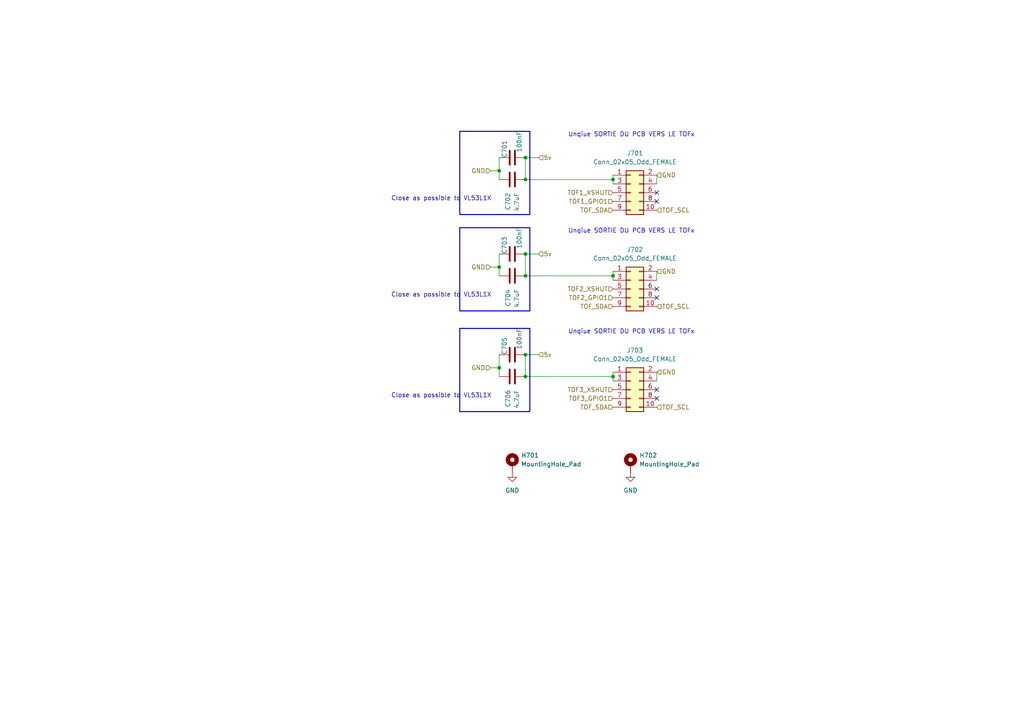
<source format=kicad_sch>
(kicad_sch (version 20231120) (generator "eeschema") (generator_version "8.0")
  (paper "A4")
  (lib_symbols
    (symbol "Connector_Generic:Conn_02x05_Odd_Even" (pin_names (offset 1.016) hide)
      (property "Reference" "J" (at 1.27 7.62 0))
      (property "Value" "Conn_02x05_Odd_Even" (at 1.27 -7.62 0))
      (symbol "Conn_02x05_Odd_Even_1_1"
        (rectangle (start -1.27 -4.953) (end 0 -5.207) (stroke (width 0.1524)))
        (rectangle (start -1.27 -2.413) (end 0 -2.667) (stroke (width 0.1524)))
        (rectangle (start -1.27 0.127) (end 0 -0.127) (stroke (width 0.1524)))
        (rectangle (start -1.27 2.667) (end 0 2.413) (stroke (width 0.1524)))
        (rectangle (start -1.27 5.207) (end 0 4.953) (stroke (width 0.1524)))
        (rectangle (start -1.27 6.35) (end 3.81 -6.35) (stroke (width 0.254)) (fill (type background)))
        (rectangle (start 3.81 -4.953) (end 2.54 -5.207) (stroke (width 0.1524)))
        (rectangle (start 3.81 -2.413) (end 2.54 -2.667) (stroke (width 0.1524)))
        (rectangle (start 3.81 0.127) (end 2.54 -0.127) (stroke (width 0.1524)))
        (rectangle (start 3.81 2.667) (end 2.54 2.413) (stroke (width 0.1524)))
        (rectangle (start 3.81 5.207) (end 2.54 4.953) (stroke (width 0.1524)))
        (pin passive line (at -5.08 5.08 0) (length 3.81) (name "Pin_1") (number "1"))
        (pin passive line (at 7.62 -5.08 180) (length 3.81) (name "Pin_10") (number "10"))
        (pin passive line (at 7.62 5.08 180) (length 3.81) (name "Pin_2") (number "2"))
        (pin passive line (at -5.08 2.54 0) (length 3.81) (name "Pin_3") (number "3"))
        (pin passive line (at 7.62 2.54 180) (length 3.81) (name "Pin_4") (number "4"))
        (pin passive line (at -5.08 0 0) (length 3.81) (name "Pin_5") (number "5"))
        (pin passive line (at 7.62 0 180) (length 3.81) (name "Pin_6") (number "6"))
        (pin passive line (at -5.08 -2.54 0) (length 3.81) (name "Pin_7") (number "7"))
        (pin passive line (at 7.62 -2.54 180) (length 3.81) (name "Pin_8") (number "8"))
        (pin passive line (at -5.08 -5.08 0) (length 3.81) (name "Pin_9") (number "9"))
      )
    )
    (symbol "Device:C" (pin_numbers hide) (pin_names (offset 0.254))
      (property "Reference" "C" (at 0.635 2.54 0))
      (property "Value" "C" (at 0.635 -2.54 0))
      (symbol "C_0_1"
        (polyline (pts (xy -2.032 -0.762) (xy 2.032 -0.762)) (stroke (width 0.508)))
        (polyline (pts (xy -2.032 0.762) (xy 2.032 0.762)) (stroke (width 0.508)))
      )
      (symbol "C_1_1"
        (pin passive line (at 0 3.81 270) (length 2.794) (name "~") (number "1"))
        (pin passive line (at 0 -3.81 90) (length 2.794) (name "~") (number "2"))
      )
    )
    (symbol "Mechanical:MountingHole_Pad" (pin_numbers hide) (pin_names (offset 1.016) hide) (exclude_from_sim yes) (in_bom no)
      (property "Reference" "H" (at 0 6.35 0))
      (property "Value" "MountingHole_Pad" (at 0 4.445 0))
      (symbol "MountingHole_Pad_0_1"
        (circle (center 0 1.27) (radius 1.27) (stroke (width 1.27)))
      )
      (symbol "MountingHole_Pad_1_1"
        (pin input line (at 0 -2.54 90) (length 2.54) (name "1") (number "1"))
      )
    )
    (symbol "power:GND" (power) (pin_numbers hide) (pin_names (offset 0) hide)
      (property "Value" "GND" (at 0 -3.81 0))
      (symbol "GND_0_1"
        (polyline (pts (xy 0 0) (xy 0 -1.27) (xy 1.27 -1.27) (xy 0 -2.54) (xy -1.27 -1.27) (xy 0 -1.27)))
      )
      (symbol "GND_1_1"
        (pin power_in line (at 0 0 270) (length 0) (name "~") (number "1"))
      )
    )
  )
  (junction (at 177.8 109.22))
  (junction (at 144.78 77.47))
  (junction (at 144.78 106.68))
  (junction (at 152.4 80.01))
  (junction (at 152.4 102.87))
  (junction (at 177.8 80.01))
  (junction (at 152.4 45.72))
  (junction (at 177.8 52.07))
  (junction (at 152.4 52.07))
  (junction (at 152.4 73.66))
  (junction (at 144.78 49.53))
  (junction (at 152.4 109.22))
  (no_connect (at 190.5 113.03))
  (no_connect (at 190.5 115.57))
  (no_connect (at 190.5 83.82))
  (no_connect (at 190.5 55.88))
  (no_connect (at 190.5 58.42))
  (no_connect (at 190.5 86.36))
  (wire (pts (xy 177.8 78.74) (xy 177.8 80.01)))
  (wire (pts (xy 177.8 80.01) (xy 177.8 81.28)))
  (wire (pts (xy 177.8 107.95) (xy 177.8 109.22)))
  (wire (pts (xy 156.21 45.72) (xy 152.4 45.72)))
  (wire (pts (xy 142.24 106.68) (xy 144.78 106.68)))
  (wire (pts (xy 142.24 49.53) (xy 144.78 49.53)))
  (wire (pts (xy 144.78 73.66) (xy 144.78 77.47)))
  (wire (pts (xy 177.8 52.07) (xy 177.8 53.34)))
  (wire (pts (xy 156.21 73.66) (xy 152.4 73.66)))
  (wire (pts (xy 152.4 45.72) (xy 152.4 52.07)))
  (wire (pts (xy 190.5 50.8) (xy 190.5 53.34)))
  (wire (pts (xy 190.5 78.74) (xy 190.5 81.28)))
  (wire (pts (xy 144.78 102.87) (xy 144.78 106.68)))
  (wire (pts (xy 144.78 45.72) (xy 144.78 49.53)))
  (wire (pts (xy 152.4 109.22) (xy 177.8 109.22)))
  (wire (pts (xy 152.4 52.07) (xy 177.8 52.07)))
  (wire (pts (xy 152.4 80.01) (xy 177.8 80.01)))
  (wire (pts (xy 144.78 49.53) (xy 144.78 52.07)))
  (wire (pts (xy 144.78 106.68) (xy 144.78 109.22)))
  (wire (pts (xy 190.5 107.95) (xy 190.5 110.49)))
  (wire (pts (xy 177.8 109.22) (xy 177.8 110.49)))
  (wire (pts (xy 152.4 73.66) (xy 152.4 80.01)))
  (wire (pts (xy 152.4 102.87) (xy 152.4 109.22)))
  (wire (pts (xy 142.24 77.47) (xy 144.78 77.47)))
  (wire (pts (xy 144.78 77.47) (xy 144.78 80.01)))
  (wire (pts (xy 177.8 50.8) (xy 177.8 52.07)))
  (wire (pts (xy 156.21 102.87) (xy 152.4 102.87)))
  (rectangle (start 133.35 66.04) (end 153.67 90.17) (stroke (width 0.3)))
  (rectangle (start 133.35 38.1) (end 153.67 62.23) (stroke (width 0.3)))
  (rectangle (start 133.35 95.25) (end 153.67 119.38) (stroke (width 0.3)))
  (text "Close as possible to VL53L1X" (at 128.016 114.808 0) (effects (font (size 1.27 1.27))))
  (text "Unqiue SORTIE DU PCB VERS LE TOFx\n" (at 183.134 67.056 0) (effects (font (size 1.27 1.27))))
  (text "Close as possible to VL53L1X" (at 128.016 85.598 0) (effects (font (size 1.27 1.27))))
  (text "Close as possible to VL53L1X" (at 128.016 57.658 0) (effects (font (size 1.27 1.27))))
  (text "Unqiue SORTIE DU PCB VERS LE TOFx\n" (at 183.134 39.116 0) (effects (font (size 1.27 1.27))))
  (text "Unqiue SORTIE DU PCB VERS LE TOFx\n" (at 183.134 96.266 0) (effects (font (size 1.27 1.27))))
  (hierarchical_label "GND" (shape input) (at 190.5 107.95 0))
  (hierarchical_label "TOF3_GPIO1" (shape input) (at 177.8 115.57 180))
  (hierarchical_label "TOF3_XSHUT" (shape input) (at 177.8 113.03 180))
  (hierarchical_label "5v" (shape input) (at 156.21 45.72 0))
  (hierarchical_label "TOF_SCL" (shape input) (at 190.5 118.11 0))
  (hierarchical_label "GND" (shape input) (at 142.24 77.47 180))
  (hierarchical_label "TOF2_XSHUT" (shape input) (at 177.8 83.82 180))
  (hierarchical_label "GND" (shape input) (at 142.24 49.53 180))
  (hierarchical_label "TOF2_GPIO1" (shape input) (at 177.8 86.36 180))
  (hierarchical_label "TOF_SDA" (shape input) (at 177.8 88.9 180))
  (hierarchical_label "5v" (shape input) (at 156.21 102.87 0))
  (hierarchical_label "TOF_SCL" (shape input) (at 190.5 60.96 0))
  (hierarchical_label "5v" (shape input) (at 156.21 73.66 0))
  (hierarchical_label "TOF_SDA" (shape input) (at 177.8 60.96 180))
  (hierarchical_label "TOF_SDA" (shape input) (at 177.8 118.11 180))
  (hierarchical_label "GND" (shape input) (at 190.5 78.74 0))
  (hierarchical_label "GND" (shape input) (at 190.5 50.8 0))
  (hierarchical_label "GND" (shape input) (at 142.24 106.68 180))
  (hierarchical_label "TOF1_GPIO1" (shape input) (at 177.8 58.42 180))
  (hierarchical_label "TOF1_XSHUT" (shape input) (at 177.8 55.88 180))
  (hierarchical_label "TOF_SCL" (shape input) (at 190.5 88.9 0))
  (symbol (lib_id "Connector_Generic:Conn_02x05_Odd_Even") (at 182.88 55.88 0) (unit 1)
    (property "Reference" "J701" (at 184.15 44.45 0))
    (property "Value" "Conn_02x05_Odd_FEMALE" (at 184.15 46.99 0))
    (property "Footprint" "Connector_PinSocket_1.27mm:PinSocket_2x05_P1.27mm_Vertical" (effects (hide yes)))
    (property "Description" "Generic connector, double row, 02x05, odd/even pin numbering scheme (row 1 odd numbers, row 2 even numbers), script generated (kicad-library-utils/schlib/autogen/connector/)" (effects (hide yes)))
    (instances (project "tom&Jerry_Draft" (path "" (reference "J701") (unit 1)) (path "" (reference "J1601") (unit 1))))
  )
  (symbol (lib_id "Device:C") (at 148.59 73.66 90) (mirror x) (unit 1)
    (property "Reference" "C703" (at 146.304 68.58 0) (effects (justify left)))
    (property "Value" "100nF" (at 150.622 66.04 0) (effects (justify left)))
    (property "Footprint" "Capacitor_SMD:C_0402_1005Metric" (effects (hide yes)))
    (property "Description" "Unpolarized capacitor" (effects (hide yes)))
    (instances (project "tom&Jerry_Draft" (path "" (reference "C703") (unit 1)) (path "" (reference "C1603") (unit 1))))
  )
  (symbol (lib_id "power:GND") (at 148.59 137.16 0) (unit 1)
    (property "Reference" "#PWR0701" (effects (hide yes)))
    (property "Value" "GND" (at 148.59 142.24 0))
    (property "Description" "Power symbol creates a global label with name \"GND\" , ground" (effects (hide yes)))
    (instances (project "tom&Jerry_Draft" (path "" (reference "#PWR0701") (unit 1)) (path "" (reference "#PWR01601") (unit 1))))
  )
  (symbol (lib_id "Mechanical:MountingHole_Pad") (at 182.88 134.62 0) (unit 1) (exclude_from_sim yes) (in_bom no)
    (property "Reference" "H702" (at 185.42 132.0799 0) (effects (justify left)))
    (property "Value" "MountingHole_Pad" (at 185.42 134.6199 0) (effects (justify left)))
    (property "Footprint" "MountingHole:MountingHole_3.2mm_M3_Pad_Via" (effects (hide yes)))
    (property "Description" "Mounting Hole with connection" (effects (hide yes)))
    (instances (project "tom&Jerry_Draft" (path "" (reference "H702") (unit 1)) (path "" (reference "H1602") (unit 1))))
  )
  (symbol (lib_id "Mechanical:MountingHole_Pad") (at 148.59 134.62 0) (unit 1) (exclude_from_sim yes) (in_bom no)
    (property "Reference" "H701" (at 151.13 132.0799 0) (effects (justify left)))
    (property "Value" "MountingHole_Pad" (at 151.13 134.6199 0) (effects (justify left)))
    (property "Footprint" "MountingHole:MountingHole_3.2mm_M3_Pad_Via" (effects (hide yes)))
    (property "Description" "Mounting Hole with connection" (effects (hide yes)))
    (instances (project "tom&Jerry_Draft" (path "" (reference "H701") (unit 1)) (path "" (reference "H1601") (unit 1))))
  )
  (symbol (lib_id "Device:C") (at 148.59 52.07 90) (mirror x) (unit 1)
    (property "Reference" "C702" (at 147.3199 55.88 0) (effects (justify left)))
    (property "Value" "4.7uF" (at 149.8599 55.88 0) (effects (justify left)))
    (property "Footprint" "Capacitor_SMD:C_0603_1608Metric" (effects (hide yes)))
    (property "Description" "Unpolarized capacitor" (effects (hide yes)))
    (instances (project "tom&Jerry_Draft" (path "" (reference "C702") (unit 1)) (path "" (reference "C1602") (unit 1))))
  )
  (symbol (lib_id "Device:C") (at 148.59 109.22 90) (mirror x) (unit 1)
    (property "Reference" "C706" (at 147.3199 113.03 0) (effects (justify left)))
    (property "Value" "4.7uF" (at 149.8599 113.03 0) (effects (justify left)))
    (property "Footprint" "Capacitor_SMD:C_0603_1608Metric" (effects (hide yes)))
    (property "Description" "Unpolarized capacitor" (effects (hide yes)))
    (instances (project "tom&Jerry_Draft" (path "" (reference "C706") (unit 1)) (path "" (reference "C1606") (unit 1))))
  )
  (symbol (lib_id "Connector_Generic:Conn_02x05_Odd_Even") (at 182.88 113.03 0) (unit 1)
    (property "Reference" "J703" (at 184.15 101.6 0))
    (property "Value" "Conn_02x05_Odd_FEMALE" (at 184.15 104.14 0))
    (property "Footprint" "Connector_PinSocket_1.27mm:PinSocket_2x05_P1.27mm_Vertical" (effects (hide yes)))
    (property "Description" "Generic connector, double row, 02x05, odd/even pin numbering scheme (row 1 odd numbers, row 2 even numbers), script generated (kicad-library-utils/schlib/autogen/connector/)" (effects (hide yes)))
    (instances (project "tom&Jerry_Draft" (path "" (reference "J703") (unit 1)) (path "" (reference "J1603") (unit 1))))
  )
  (symbol (lib_id "Device:C") (at 148.59 80.01 90) (mirror x) (unit 1)
    (property "Reference" "C704" (at 147.3199 83.82 0) (effects (justify left)))
    (property "Value" "4.7uF" (at 149.8599 83.82 0) (effects (justify left)))
    (property "Footprint" "Capacitor_SMD:C_0603_1608Metric" (effects (hide yes)))
    (property "Description" "Unpolarized capacitor" (effects (hide yes)))
    (instances (project "tom&Jerry_Draft" (path "" (reference "C704") (unit 1)) (path "" (reference "C1604") (unit 1))))
  )
  (symbol (lib_id "Device:C") (at 148.59 102.87 90) (mirror x) (unit 1)
    (property "Reference" "C705" (at 146.304 97.79 0) (effects (justify left)))
    (property "Value" "100nF" (at 150.622 95.25 0) (effects (justify left)))
    (property "Footprint" "Capacitor_SMD:C_0402_1005Metric" (effects (hide yes)))
    (property "Description" "Unpolarized capacitor" (effects (hide yes)))
    (instances (project "tom&Jerry_Draft" (path "" (reference "C705") (unit 1)) (path "" (reference "C1605") (unit 1))))
  )
  (symbol (lib_id "Connector_Generic:Conn_02x05_Odd_Even") (at 182.88 83.82 0) (unit 1)
    (property "Reference" "J702" (at 184.15 72.39 0))
    (property "Value" "Conn_02x05_Odd_FEMALE" (at 184.15 74.93 0))
    (property "Footprint" "Connector_PinSocket_1.27mm:PinSocket_2x05_P1.27mm_Vertical" (effects (hide yes)))
    (property "Description" "Generic connector, double row, 02x05, odd/even pin numbering scheme (row 1 odd numbers, row 2 even numbers), script generated (kicad-library-utils/schlib/autogen/connector/)" (effects (hide yes)))
    (instances (project "tom&Jerry_Draft" (path "" (reference "J702") (unit 1)) (path "" (reference "J1602") (unit 1))))
  )
  (symbol (lib_id "power:GND") (at 182.88 137.16 0) (unit 1)
    (property "Reference" "#PWR0702" (effects (hide yes)))
    (property "Value" "GND" (at 182.88 142.24 0))
    (property "Description" "Power symbol creates a global label with name \"GND\" , ground" (effects (hide yes)))
    (instances (project "tom&Jerry_Draft" (path "" (reference "#PWR0702") (unit 1)) (path "" (reference "#PWR01602") (unit 1))))
  )
  (symbol (lib_id "Device:C") (at 148.59 45.72 90) (mirror x) (unit 1)
    (property "Reference" "C701" (at 146.304 40.64 0) (effects (justify left)))
    (property "Value" "100nF" (at 150.622 38.1 0) (effects (justify left)))
    (property "Footprint" "Capacitor_SMD:C_0402_1005Metric" (effects (hide yes)))
    (property "Description" "Unpolarized capacitor" (effects (hide yes)))
    (instances (project "tom&Jerry_Draft" (path "" (reference "C701") (unit 1)) (path "" (reference "C1601") (unit 1))))
  )
)
</source>
